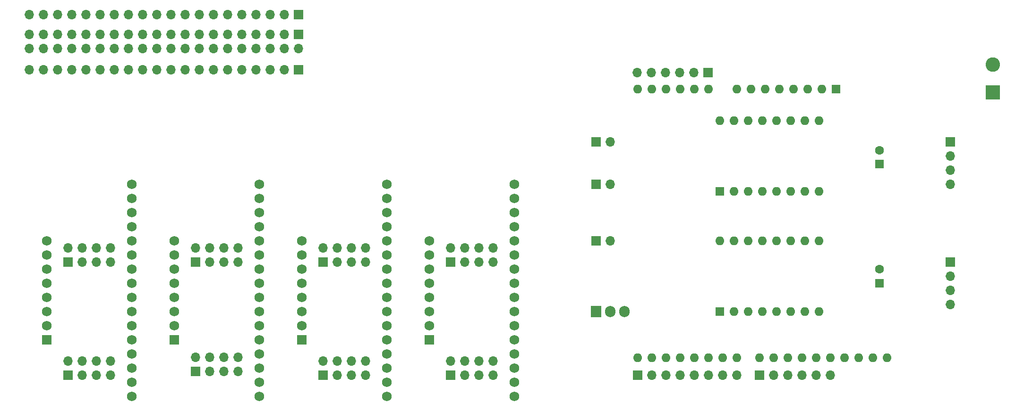
<source format=gbr>
%TF.GenerationSoftware,KiCad,Pcbnew,(6.0.10)*%
%TF.CreationDate,2025-04-12T23:07:49+02:00*%
%TF.ProjectId,pcb_shield,7063625f-7368-4696-956c-642e6b696361,1.0*%
%TF.SameCoordinates,Original*%
%TF.FileFunction,Soldermask,Bot*%
%TF.FilePolarity,Negative*%
%FSLAX46Y46*%
G04 Gerber Fmt 4.6, Leading zero omitted, Abs format (unit mm)*
G04 Created by KiCad (PCBNEW (6.0.10)) date 2025-04-12 23:07:49*
%MOMM*%
%LPD*%
G01*
G04 APERTURE LIST*
G04 Aperture macros list*
%AMRoundRect*
0 Rectangle with rounded corners*
0 $1 Rounding radius*
0 $2 $3 $4 $5 $6 $7 $8 $9 X,Y pos of 4 corners*
0 Add a 4 corners polygon primitive as box body*
4,1,4,$2,$3,$4,$5,$6,$7,$8,$9,$2,$3,0*
0 Add four circle primitives for the rounded corners*
1,1,$1+$1,$2,$3*
1,1,$1+$1,$4,$5*
1,1,$1+$1,$6,$7*
1,1,$1+$1,$8,$9*
0 Add four rect primitives between the rounded corners*
20,1,$1+$1,$2,$3,$4,$5,0*
20,1,$1+$1,$4,$5,$6,$7,0*
20,1,$1+$1,$6,$7,$8,$9,0*
20,1,$1+$1,$8,$9,$2,$3,0*%
G04 Aperture macros list end*
%ADD10R,1.600000X1.600000*%
%ADD11O,1.600000X1.600000*%
%ADD12R,2.600000X2.600000*%
%ADD13C,2.600000*%
%ADD14R,1.700000X1.700000*%
%ADD15O,1.700000X1.700000*%
%ADD16C,1.600000*%
%ADD17R,1.905000X2.000000*%
%ADD18O,1.905000X2.000000*%
%ADD19C,1.734000*%
%ADD20RoundRect,0.102000X0.765000X0.765000X-0.765000X0.765000X-0.765000X-0.765000X0.765000X-0.765000X0*%
G04 APERTURE END LIST*
D10*
%TO.C,A2*%
X215750000Y-70520000D03*
D11*
X213210000Y-70520000D03*
X210670000Y-70520000D03*
X208130000Y-70520000D03*
X205590000Y-70520000D03*
X203050000Y-70520000D03*
X200510000Y-70520000D03*
X197970000Y-70520000D03*
X192890000Y-70520000D03*
X190350000Y-70520000D03*
X187810000Y-70520000D03*
X185270000Y-70520000D03*
X182730000Y-70520000D03*
X180190000Y-70520000D03*
X180190000Y-118780000D03*
X182730000Y-118780000D03*
X185270000Y-118780000D03*
X187810000Y-118780000D03*
X190350000Y-118780000D03*
X192890000Y-118780000D03*
X195430000Y-118780000D03*
X197970000Y-118780000D03*
X202030000Y-118780000D03*
X204570000Y-118780000D03*
X207110000Y-118780000D03*
X209650000Y-118780000D03*
X212190000Y-118780000D03*
X214730000Y-118780000D03*
X217270000Y-118780000D03*
X219810000Y-118780000D03*
X222350000Y-118780000D03*
X224890000Y-118780000D03*
%TD*%
D12*
%TO.C,J14*%
X243840000Y-71120000D03*
D13*
X243840000Y-66120000D03*
%TD*%
D14*
%TO.C,J4*%
X100975000Y-101600000D03*
D15*
X100975000Y-99060000D03*
X103515000Y-101600000D03*
X103515000Y-99060000D03*
X106055000Y-101600000D03*
X106055000Y-99060000D03*
X108595000Y-101600000D03*
X108595000Y-99060000D03*
%TD*%
D14*
%TO.C,J12*%
X172720000Y-87630000D03*
D15*
X175260000Y-87630000D03*
%TD*%
D14*
%TO.C,J15*%
X119380000Y-67081000D03*
D15*
X116840000Y-67081000D03*
X114300000Y-67081000D03*
X111760000Y-67081000D03*
X109220000Y-67081000D03*
X106680000Y-67081000D03*
X104140000Y-67081000D03*
X101600000Y-67081000D03*
X99060000Y-67081000D03*
X96520000Y-67081000D03*
X93980000Y-67081000D03*
X91440000Y-67081000D03*
X88900000Y-67081000D03*
X86360000Y-67081000D03*
X83820000Y-67081000D03*
X81280000Y-67081000D03*
X78740000Y-67081000D03*
X76200000Y-67081000D03*
X73660000Y-67081000D03*
X71120000Y-67081000D03*
%TD*%
D14*
%TO.C,J2*%
X78115000Y-101605000D03*
D15*
X78115000Y-99065000D03*
X80655000Y-101605000D03*
X80655000Y-99065000D03*
X83195000Y-101605000D03*
X83195000Y-99065000D03*
X85735000Y-101605000D03*
X85735000Y-99065000D03*
%TD*%
D14*
%TO.C,J19*%
X192840000Y-67564000D03*
D15*
X190300000Y-67564000D03*
X187760000Y-67564000D03*
X185220000Y-67564000D03*
X182680000Y-67564000D03*
X180140000Y-67564000D03*
%TD*%
D10*
%TO.C,C1*%
X223520000Y-84020000D03*
D16*
X223520000Y-81520000D03*
%TD*%
D14*
%TO.C,J6*%
X123825000Y-101630000D03*
D15*
X123825000Y-99090000D03*
X126365000Y-101630000D03*
X126365000Y-99090000D03*
X128905000Y-101630000D03*
X128905000Y-99090000D03*
X131445000Y-101630000D03*
X131445000Y-99090000D03*
%TD*%
D14*
%TO.C,J13*%
X172720000Y-80010000D03*
D15*
X175260000Y-80010000D03*
%TD*%
D14*
%TO.C,J3*%
X100975000Y-121290000D03*
D15*
X100975000Y-118750000D03*
X103515000Y-121290000D03*
X103515000Y-118750000D03*
X106055000Y-121290000D03*
X106055000Y-118750000D03*
X108595000Y-121290000D03*
X108595000Y-118750000D03*
%TD*%
D14*
%TO.C,J9*%
X172720000Y-97790000D03*
D15*
X175260000Y-97790000D03*
%TD*%
D14*
%TO.C,J18*%
X202030000Y-121920000D03*
D15*
X204570000Y-121920000D03*
X207110000Y-121920000D03*
X209650000Y-121920000D03*
X212190000Y-121920000D03*
X214730000Y-121920000D03*
%TD*%
D14*
%TO.C,J16*%
X119380000Y-57150000D03*
D15*
X116840000Y-57150000D03*
X114300000Y-57150000D03*
X111760000Y-57150000D03*
X109220000Y-57150000D03*
X106680000Y-57150000D03*
X104140000Y-57150000D03*
X101600000Y-57150000D03*
X99060000Y-57150000D03*
X96520000Y-57150000D03*
X93980000Y-57150000D03*
X91440000Y-57150000D03*
X88900000Y-57150000D03*
X86360000Y-57150000D03*
X83820000Y-57150000D03*
X81280000Y-57150000D03*
X78740000Y-57150000D03*
X76200000Y-57150000D03*
X73660000Y-57150000D03*
X71120000Y-57150000D03*
%TD*%
D17*
%TO.C,Q1*%
X172720000Y-110490000D03*
D18*
X175260000Y-110490000D03*
X177800000Y-110490000D03*
%TD*%
D14*
%TO.C,J8*%
X146685000Y-101600000D03*
D15*
X146685000Y-99060000D03*
X149225000Y-101600000D03*
X149225000Y-99060000D03*
X151765000Y-101600000D03*
X151765000Y-99060000D03*
X154305000Y-101600000D03*
X154305000Y-99060000D03*
%TD*%
D10*
%TO.C,C2*%
X223520000Y-105410000D03*
D16*
X223520000Y-102910000D03*
%TD*%
D14*
%TO.C,J10*%
X236220000Y-80030000D03*
D15*
X236220000Y-82570000D03*
X236220000Y-85110000D03*
X236220000Y-87650000D03*
%TD*%
D14*
%TO.C,J5*%
X123835000Y-121920000D03*
D15*
X123835000Y-119380000D03*
X126375000Y-121920000D03*
X126375000Y-119380000D03*
X128915000Y-121920000D03*
X128915000Y-119380000D03*
X131455000Y-121920000D03*
X131455000Y-119380000D03*
%TD*%
D10*
%TO.C,A4*%
X194945000Y-110480000D03*
D11*
X197485000Y-110480000D03*
X200025000Y-110480000D03*
X202565000Y-110480000D03*
X205105000Y-110480000D03*
X207645000Y-110480000D03*
X210185000Y-110480000D03*
X212725000Y-110480000D03*
X212725000Y-97780000D03*
X210185000Y-97780000D03*
X207645000Y-97780000D03*
X205105000Y-97780000D03*
X202565000Y-97780000D03*
X200025000Y-97780000D03*
X197485000Y-97780000D03*
X194945000Y-97780000D03*
%TD*%
D14*
%TO.C,J1*%
X78115000Y-121925000D03*
D15*
X78115000Y-119385000D03*
X80655000Y-121925000D03*
X80655000Y-119385000D03*
X83195000Y-121925000D03*
X83195000Y-119385000D03*
X85735000Y-121925000D03*
X85735000Y-119385000D03*
%TD*%
D14*
%TO.C,J7*%
X146685000Y-121920000D03*
D15*
X146685000Y-119380000D03*
X149225000Y-121920000D03*
X149225000Y-119380000D03*
X151765000Y-121920000D03*
X151765000Y-119380000D03*
X154305000Y-121920000D03*
X154305000Y-119380000D03*
%TD*%
D10*
%TO.C,A3*%
X194945000Y-88900000D03*
D11*
X197485000Y-88900000D03*
X200025000Y-88900000D03*
X202565000Y-88900000D03*
X205105000Y-88900000D03*
X207645000Y-88900000D03*
X210185000Y-88900000D03*
X212725000Y-88900000D03*
X212725000Y-76200000D03*
X210185000Y-76200000D03*
X207645000Y-76200000D03*
X205105000Y-76200000D03*
X202565000Y-76200000D03*
X200025000Y-76200000D03*
X197485000Y-76200000D03*
X194945000Y-76200000D03*
%TD*%
D14*
%TO.C,J11*%
X236220000Y-101600000D03*
D15*
X236220000Y-104140000D03*
X236220000Y-106680000D03*
X236220000Y-109220000D03*
%TD*%
D14*
%TO.C,J17*%
X180190000Y-121920000D03*
D15*
X182730000Y-121920000D03*
X185270000Y-121920000D03*
X187810000Y-121920000D03*
X190350000Y-121920000D03*
X192890000Y-121920000D03*
X195430000Y-121920000D03*
X197970000Y-121920000D03*
%TD*%
D19*
%TO.C,U1*%
X89535000Y-125730000D03*
X89535000Y-123190000D03*
X89535000Y-120650000D03*
X89535000Y-118110000D03*
X89535000Y-115570000D03*
X89535000Y-113030000D03*
X89535000Y-110490000D03*
X89535000Y-107950000D03*
X89535000Y-105410000D03*
X89535000Y-102870000D03*
X89535000Y-100330000D03*
X89535000Y-97790000D03*
X89535000Y-95250000D03*
X89535000Y-92710000D03*
X89535000Y-90170000D03*
X89535000Y-87630000D03*
D20*
X74295000Y-115570000D03*
D19*
X74295000Y-113030000D03*
X74295000Y-110490000D03*
X74295000Y-107950000D03*
X74295000Y-105410000D03*
X74295000Y-102870000D03*
X74295000Y-100330000D03*
X74295000Y-97790000D03*
%TD*%
%TO.C,U4*%
X158115000Y-125730000D03*
X158115000Y-123190000D03*
X158115000Y-120650000D03*
X158115000Y-118110000D03*
X158115000Y-115570000D03*
X158115000Y-113030000D03*
X158115000Y-110490000D03*
X158115000Y-107950000D03*
X158115000Y-105410000D03*
X158115000Y-102870000D03*
X158115000Y-100330000D03*
X158115000Y-97790000D03*
X158115000Y-95250000D03*
X158115000Y-92710000D03*
X158115000Y-90170000D03*
X158115000Y-87630000D03*
D20*
X142875000Y-115570000D03*
D19*
X142875000Y-113030000D03*
X142875000Y-110490000D03*
X142875000Y-107950000D03*
X142875000Y-105410000D03*
X142875000Y-102870000D03*
X142875000Y-100330000D03*
X142875000Y-97790000D03*
%TD*%
%TO.C,U3*%
X135265000Y-125735000D03*
X135265000Y-123195000D03*
X135265000Y-120655000D03*
X135265000Y-118115000D03*
X135265000Y-115575000D03*
X135265000Y-113035000D03*
X135265000Y-110495000D03*
X135265000Y-107955000D03*
X135265000Y-105415000D03*
X135265000Y-102875000D03*
X135265000Y-100335000D03*
X135265000Y-97795000D03*
X135265000Y-95255000D03*
X135265000Y-92715000D03*
X135265000Y-90175000D03*
X135265000Y-87635000D03*
D20*
X120025000Y-115575000D03*
D19*
X120025000Y-113035000D03*
X120025000Y-110495000D03*
X120025000Y-107955000D03*
X120025000Y-105415000D03*
X120025000Y-102875000D03*
X120025000Y-100335000D03*
X120025000Y-97795000D03*
%TD*%
%TO.C,U2*%
X112395000Y-125730000D03*
X112395000Y-123190000D03*
X112395000Y-120650000D03*
X112395000Y-118110000D03*
X112395000Y-115570000D03*
X112395000Y-113030000D03*
X112395000Y-110490000D03*
X112395000Y-107950000D03*
X112395000Y-105410000D03*
X112395000Y-102870000D03*
X112395000Y-100330000D03*
X112395000Y-97790000D03*
X112395000Y-95250000D03*
X112395000Y-92710000D03*
X112395000Y-90170000D03*
X112395000Y-87630000D03*
D20*
X97155000Y-115570000D03*
D19*
X97155000Y-113030000D03*
X97155000Y-110490000D03*
X97155000Y-107950000D03*
X97155000Y-105410000D03*
X97155000Y-102870000D03*
X97155000Y-100330000D03*
X97155000Y-97790000D03*
%TD*%
D15*
%TO.C,A1*%
X119380000Y-63246000D03*
X116840000Y-63246000D03*
X114300000Y-63246000D03*
X111760000Y-63246000D03*
X109220000Y-63246000D03*
X106680000Y-63246000D03*
X104140000Y-63246000D03*
X101600000Y-63246000D03*
X99060000Y-63246000D03*
X96520000Y-63246000D03*
X93980000Y-63246000D03*
X91440000Y-63246000D03*
X88900000Y-63246000D03*
X86360000Y-63246000D03*
X83820000Y-63246000D03*
X81280000Y-63246000D03*
X78740000Y-63246000D03*
X76200000Y-63246000D03*
X73660000Y-63246000D03*
X71120000Y-63246000D03*
D14*
X119380000Y-60706000D03*
D15*
X116840000Y-60706000D03*
X114300000Y-60706000D03*
X111760000Y-60706000D03*
X109220000Y-60706000D03*
X106680000Y-60706000D03*
X104140000Y-60706000D03*
X101600000Y-60706000D03*
X99060000Y-60706000D03*
X96520000Y-60706000D03*
X93980000Y-60706000D03*
X91440000Y-60706000D03*
X88900000Y-60706000D03*
X86360000Y-60706000D03*
X83820000Y-60706000D03*
X81280000Y-60706000D03*
X78740000Y-60706000D03*
X76200000Y-60706000D03*
X73660000Y-60706000D03*
X71120000Y-60706000D03*
%TD*%
M02*

</source>
